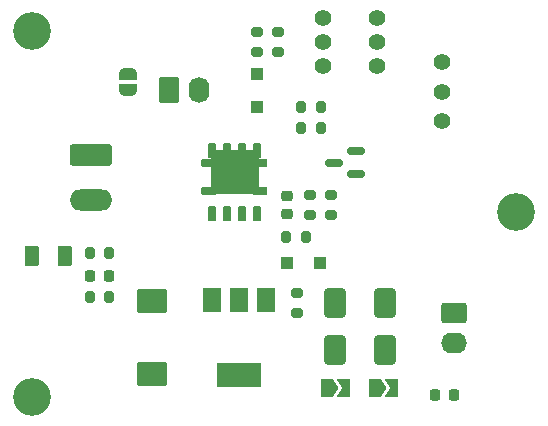
<source format=gbr>
%TF.GenerationSoftware,KiCad,Pcbnew,7.0.2-0*%
%TF.CreationDate,2023-05-10T21:03:08+08:00*%
%TF.ProjectId,LM317_supply_module,4c4d3331-375f-4737-9570-706c795f6d6f,rev?*%
%TF.SameCoordinates,Original*%
%TF.FileFunction,Soldermask,Top*%
%TF.FilePolarity,Negative*%
%FSLAX46Y46*%
G04 Gerber Fmt 4.6, Leading zero omitted, Abs format (unit mm)*
G04 Created by KiCad (PCBNEW 7.0.2-0) date 2023-05-10 21:03:08*
%MOMM*%
%LPD*%
G01*
G04 APERTURE LIST*
G04 Aperture macros list*
%AMRoundRect*
0 Rectangle with rounded corners*
0 $1 Rounding radius*
0 $2 $3 $4 $5 $6 $7 $8 $9 X,Y pos of 4 corners*
0 Add a 4 corners polygon primitive as box body*
4,1,4,$2,$3,$4,$5,$6,$7,$8,$9,$2,$3,0*
0 Add four circle primitives for the rounded corners*
1,1,$1+$1,$2,$3*
1,1,$1+$1,$4,$5*
1,1,$1+$1,$6,$7*
1,1,$1+$1,$8,$9*
0 Add four rect primitives between the rounded corners*
20,1,$1+$1,$2,$3,$4,$5,0*
20,1,$1+$1,$4,$5,$6,$7,0*
20,1,$1+$1,$6,$7,$8,$9,0*
20,1,$1+$1,$8,$9,$2,$3,0*%
%AMFreePoly0*
4,1,19,0.500000,-0.750000,0.000000,-0.750000,0.000000,-0.744911,-0.071157,-0.744911,-0.207708,-0.704816,-0.327430,-0.627875,-0.420627,-0.520320,-0.479746,-0.390866,-0.500000,-0.250000,-0.500000,0.250000,-0.479746,0.390866,-0.420627,0.520320,-0.327430,0.627875,-0.207708,0.704816,-0.071157,0.744911,0.000000,0.744911,0.000000,0.750000,0.500000,0.750000,0.500000,-0.750000,0.500000,-0.750000,
$1*%
%AMFreePoly1*
4,1,19,0.000000,0.744911,0.071157,0.744911,0.207708,0.704816,0.327430,0.627875,0.420627,0.520320,0.479746,0.390866,0.500000,0.250000,0.500000,-0.250000,0.479746,-0.390866,0.420627,-0.520320,0.327430,-0.627875,0.207708,-0.704816,0.071157,-0.744911,0.000000,-0.744911,0.000000,-0.750000,-0.500000,-0.750000,-0.500000,0.750000,0.000000,0.750000,0.000000,0.744911,0.000000,0.744911,
$1*%
%AMFreePoly2*
4,1,6,1.000000,0.000000,0.500000,-0.750000,-0.500000,-0.750000,-0.500000,0.750000,0.500000,0.750000,1.000000,0.000000,1.000000,0.000000,$1*%
%AMFreePoly3*
4,1,6,0.500000,-0.750000,-0.650000,-0.750000,-0.150000,0.000000,-0.650000,0.750000,0.500000,0.750000,0.500000,-0.750000,0.500000,-0.750000,$1*%
G04 Aperture macros list end*
%ADD10FreePoly0,90.000000*%
%ADD11FreePoly1,90.000000*%
%ADD12O,2.190000X1.740000*%
%ADD13RoundRect,0.250000X-0.845000X0.620000X-0.845000X-0.620000X0.845000X-0.620000X0.845000X0.620000X0*%
%ADD14O,3.600000X1.800000*%
%ADD15RoundRect,0.250000X-1.550000X0.650000X-1.550000X-0.650000X1.550000X-0.650000X1.550000X0.650000X0*%
%ADD16FreePoly2,0.000000*%
%ADD17FreePoly3,0.000000*%
%ADD18RoundRect,0.200000X-0.275000X0.200000X-0.275000X-0.200000X0.275000X-0.200000X0.275000X0.200000X0*%
%ADD19R,1.500000X2.000000*%
%ADD20R,3.800000X2.000000*%
%ADD21RoundRect,0.225000X-0.250000X0.225000X-0.250000X-0.225000X0.250000X-0.225000X0.250000X0.225000X0*%
%ADD22C,3.200000*%
%ADD23RoundRect,0.250000X-0.620000X-0.845000X0.620000X-0.845000X0.620000X0.845000X-0.620000X0.845000X0*%
%ADD24O,1.740000X2.190000*%
%ADD25RoundRect,0.225000X0.225000X0.250000X-0.225000X0.250000X-0.225000X-0.250000X0.225000X-0.250000X0*%
%ADD26RoundRect,0.250000X0.650000X-1.000000X0.650000X1.000000X-0.650000X1.000000X-0.650000X-1.000000X0*%
%ADD27RoundRect,0.250000X-0.375000X-0.625000X0.375000X-0.625000X0.375000X0.625000X-0.375000X0.625000X0*%
%ADD28RoundRect,0.225000X-0.225000X-0.250000X0.225000X-0.250000X0.225000X0.250000X-0.225000X0.250000X0*%
%ADD29RoundRect,0.200000X-0.200000X-0.275000X0.200000X-0.275000X0.200000X0.275000X-0.200000X0.275000X0*%
%ADD30RoundRect,0.061000X-0.244000X-0.574000X0.244000X-0.574000X0.244000X0.574000X-0.244000X0.574000X0*%
%ADD31RoundRect,0.061000X0.574000X-0.244000X0.574000X0.244000X-0.574000X0.244000X-0.574000X-0.244000X0*%
%ADD32R,4.100000X3.810000*%
%ADD33RoundRect,0.200000X0.200000X0.275000X-0.200000X0.275000X-0.200000X-0.275000X0.200000X-0.275000X0*%
%ADD34RoundRect,0.250000X-0.300000X-0.300000X0.300000X-0.300000X0.300000X0.300000X-0.300000X0.300000X0*%
%ADD35RoundRect,0.250000X-0.650000X1.000000X-0.650000X-1.000000X0.650000X-1.000000X0.650000X1.000000X0*%
%ADD36C,1.400000*%
%ADD37RoundRect,0.150000X0.587500X0.150000X-0.587500X0.150000X-0.587500X-0.150000X0.587500X-0.150000X0*%
%ADD38RoundRect,0.250000X0.300000X-0.300000X0.300000X0.300000X-0.300000X0.300000X-0.300000X-0.300000X0*%
%ADD39RoundRect,0.250000X-1.025000X0.787500X-1.025000X-0.787500X1.025000X-0.787500X1.025000X0.787500X0*%
G04 APERTURE END LIST*
D10*
%TO.C,JP3*%
X189330000Y-128190000D03*
D11*
X189330000Y-126890000D03*
%TD*%
D12*
%TO.C,J3*%
X216900000Y-149590000D03*
D13*
X216900000Y-147050000D03*
%TD*%
D14*
%TO.C,J1*%
X186162500Y-137510000D03*
D15*
X186162500Y-133700000D03*
%TD*%
D16*
%TO.C,JP1*%
X206180000Y-153450000D03*
D17*
X207630000Y-153450000D03*
%TD*%
D18*
%TO.C,R4*%
X204730000Y-137125000D03*
X204730000Y-138775000D03*
%TD*%
D19*
%TO.C,U1*%
X201030000Y-146000000D03*
X198730000Y-146000000D03*
D20*
X198730000Y-152300000D03*
D19*
X196430000Y-146000000D03*
%TD*%
D21*
%TO.C,C1*%
X202830000Y-137175000D03*
X202830000Y-138725000D03*
%TD*%
D22*
%TO.C,REF\u002A\u002A*%
X181200000Y-154200000D03*
%TD*%
D23*
%TO.C,J2*%
X192780000Y-128200000D03*
D24*
X195320000Y-128200000D03*
%TD*%
D18*
%TO.C,R1*%
X202030000Y-123325000D03*
X202030000Y-124975000D03*
%TD*%
%TO.C,R5*%
X206540000Y-137130000D03*
X206540000Y-138780000D03*
%TD*%
D25*
%TO.C,C3*%
X187705000Y-143950000D03*
X186155000Y-143950000D03*
%TD*%
D26*
%TO.C,D4*%
X211130000Y-150250000D03*
X211130000Y-146250000D03*
%TD*%
D27*
%TO.C,D5*%
X181200000Y-142300000D03*
X184000000Y-142300000D03*
%TD*%
D18*
%TO.C,R7*%
X203630000Y-145425000D03*
X203630000Y-147075000D03*
%TD*%
D28*
%TO.C,C4*%
X215355000Y-154051000D03*
X216905000Y-154051000D03*
%TD*%
D22*
%TO.C,REF\u002A\u002A*%
X181200000Y-123200000D03*
%TD*%
D29*
%TO.C,R3*%
X204005000Y-131450000D03*
X205655000Y-131450000D03*
%TD*%
D30*
%TO.C,Q1*%
X196455000Y-138705000D03*
X197725000Y-138705000D03*
X198995000Y-138705000D03*
X200265000Y-138705000D03*
D31*
X196190000Y-134350000D03*
X196190000Y-136730000D03*
D30*
X196455000Y-133350000D03*
X197725000Y-133350000D03*
D32*
X198355000Y-135150500D03*
D30*
X198995000Y-133350000D03*
X200265000Y-133350000D03*
D31*
X200530000Y-134350000D03*
X200530000Y-136730000D03*
%TD*%
D33*
%TO.C,R6*%
X204380000Y-140650000D03*
X202730000Y-140650000D03*
%TD*%
%TO.C,R9*%
X187755000Y-145750000D03*
X186105000Y-145750000D03*
%TD*%
D34*
%TO.C,D2*%
X202830000Y-142850000D03*
X205630000Y-142850000D03*
%TD*%
D35*
%TO.C,D3*%
X206830000Y-146250000D03*
X206830000Y-150250000D03*
%TD*%
D16*
%TO.C,JP2*%
X210205000Y-153450000D03*
D17*
X211655000Y-153450000D03*
%TD*%
D36*
%TO.C,RV1*%
X215935000Y-125867500D03*
X215935000Y-128367500D03*
X215935000Y-130867500D03*
%TD*%
D22*
%TO.C,REF\u002A\u002A*%
X222200000Y-138500000D03*
%TD*%
D36*
%TO.C,SW1*%
X210380000Y-126150000D03*
X205880000Y-126150000D03*
X210380000Y-124150000D03*
X205880000Y-124150000D03*
X210380000Y-122150000D03*
X205880000Y-122150000D03*
%TD*%
D37*
%TO.C,Q2*%
X208677500Y-135300000D03*
X208677500Y-133400000D03*
X206802500Y-134350000D03*
%TD*%
D38*
%TO.C,D1*%
X200230000Y-129650000D03*
X200230000Y-126850000D03*
%TD*%
D18*
%TO.C,R8*%
X200230000Y-123325000D03*
X200230000Y-124975000D03*
%TD*%
D29*
%TO.C,R10*%
X186105000Y-142050000D03*
X187755000Y-142050000D03*
%TD*%
D39*
%TO.C,C2*%
X191330000Y-146037500D03*
X191330000Y-152262500D03*
%TD*%
D29*
%TO.C,R2*%
X204005000Y-129650000D03*
X205655000Y-129650000D03*
%TD*%
M02*

</source>
